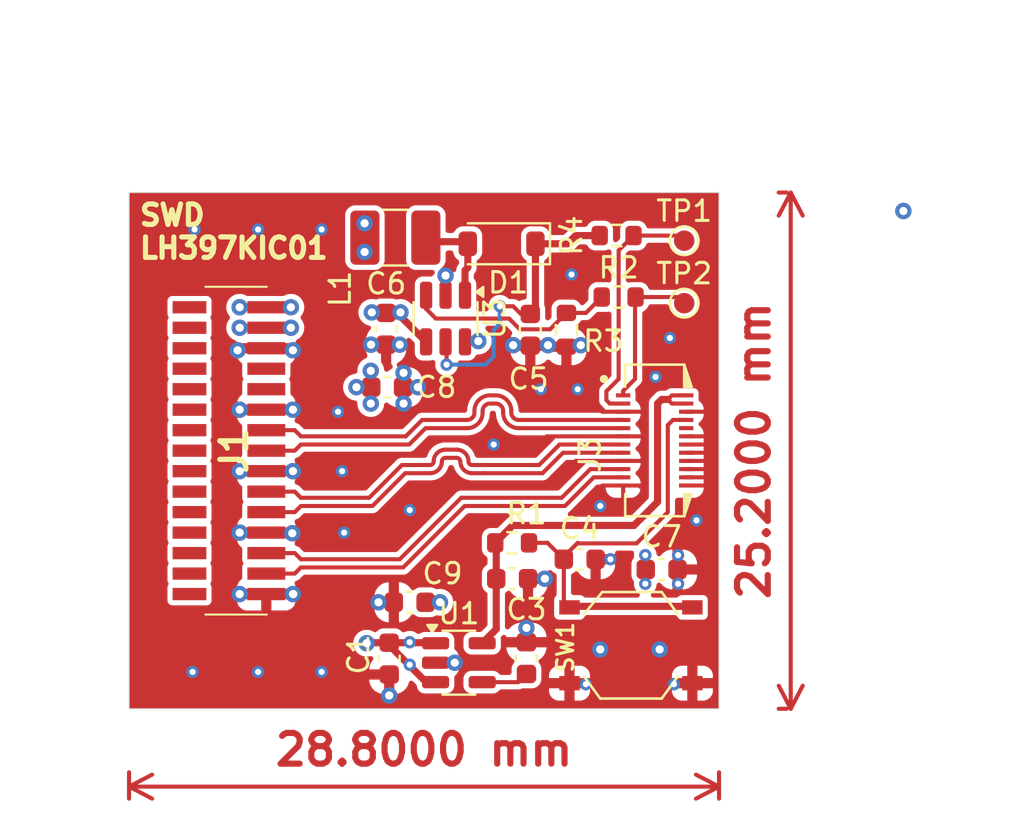
<source format=kicad_pcb>
(kicad_pcb (version 20240108) (generator "pcbnew") (generator_version "8.0")
  (layers (0 "F.Cu" signal) (1 "In1.Cu" signal) (2 "In2.Cu" signal) (31 "B.Cu" signal) (34 "B.Paste" user) (35 "F.Paste" user) (36 "B.SilkS" user "B.Silkscreen") (37 "F.SilkS" user "F.Silkscreen") (38 "B.Mask" user) (39 "F.Mask" user) (44 "Edge.Cuts" user))
  (net 0 "")
  (net 1 "GND")
  (net 2 "+3V3")
  (net 3 "Net-(U1-BP)")
  (net 19 "+2V8")
  (net 20 "D1_P")
  (net 21 "CLK_C_N")
  (net 22 "D1_N")
  (net 23 "CLK_C_P")
  (net 24 "D0_P")
  (net 25 "D0_N")
  (net 26 "RST")
  (net 27 "Net-(D1-A)")
  (net 30 "LEDA")
  (net 31 "LEDK")
  (net 32 "Net-(D1-K)")
  (net 33 "Net-(U3-FB)")
  (net 34 "TE")
  (footprint "Inductor_SMD:L_1210_3225Metric_Pad1.42x2.65mm_HandSolder" (layer "F.Cu") (at 79.3 51.6)
    (property "Reference" "L1" (at -2.7 2.5 90) (layer "F.SilkS"))
    (property "Value" "6.8uH")
    (fp_line (start -0.602064 -1.36) (end 0.602064 -1.36) (stroke (width 0.12)) (layer "F.SilkS"))
    (fp_line (start -0.602064 1.36) (end 0.602064 1.36) (stroke (width 0.12)) (layer "F.SilkS"))
    (pad "1" smd roundrect (at -1.4875 0) (size 1.425 2.65) (layers "F.Cu" "F.Paste" "F.Mask") (roundrect_rratio 0.175439) (net 2 "+3V3"))
    (pad "2" smd roundrect (at 1.4875 0) (size 1.425 2.65) (layers "F.Cu" "F.Paste" "F.Mask") (roundrect_rratio 0.175439) (net 27 "Net-(D1-A)"))
  )
  (footprint "Resistor_SMD:R_0603_1608Metric" (layer "F.Cu") (at 85 66.5)
    (property "Reference" "R1" (at 0.7 -1.43 0) (layer "F.SilkS"))
    (property "Value" "10k" (hide yes))
    (fp_line (start -0.237258 -0.5225) (end 0.237258 -0.5225) (stroke (width 0.12)) (layer "F.SilkS"))
    (fp_line (start -0.237258 0.5225) (end 0.237258 0.5225) (stroke (width 0.12)) (layer "F.SilkS"))
    (pad "1" smd roundrect (at -0.825 0) (size 0.8 0.95) (layers "F.Cu" "F.Paste" "F.Mask") (net 19 "+2V8"))
    (pad "2" smd roundrect (at 0.825 0) (size 0.8 0.95) (layers "F.Cu" "F.Paste" "F.Mask") (net 26 "RST"))
  )
  (footprint "Capacitor_SMD:C_0603_1608Metric" (layer "F.Cu") (at 85.7 72.125 90)
    (property "Reference" "C3" (at 2.375 0 0) (layer "F.SilkS"))
    (property "Value" "1uF")
    (fp_line (start -0.14058 -0.51) (end 0.14058 -0.51) (stroke (width 0.12)) (layer "F.SilkS"))
    (fp_line (start -0.14058 0.51) (end 0.14058 0.51) (stroke (width 0.12)) (layer "F.SilkS"))
    (pad "1" smd roundrect (at -0.775 0 90) (size 0.9 0.95) (layers "F.Cu" "F.Paste" "F.Mask") (net 3 "Net-(U1-BP)"))
    (pad "2" smd roundrect (at 0.775 0 90) (size 0.9 0.95) (layers "F.Cu" "F.Paste" "F.Mask") (net 1 "GND"))
  )
  (footprint "Capacitor_SMD:C_0603_1608Metric" (layer "F.Cu") (at 92.3 67.8)
    (property "Reference" "C7" (at 0 -1.6 180) (layer "F.SilkS"))
    (property "Value" "10nF")
    (fp_line (start -0.14058 -0.51) (end 0.14058 -0.51) (stroke (width 0.12)) (layer "F.SilkS"))
    (fp_line (start -0.14058 0.51) (end 0.14058 0.51) (stroke (width 0.12)) (layer "F.SilkS"))
    (pad "1" smd roundrect (at -0.775 0) (size 0.9 0.95) (layers "F.Cu" "F.Paste" "F.Mask") (net 2 "+3V3"))
    (pad "2" smd roundrect (at 0.775 0) (size 0.9 0.95) (layers "F.Cu" "F.Paste" "F.Mask") (net 1 "GND"))
  )
  (footprint "Capacitor_SMD:C_0603_1608Metric" (layer "F.Cu") (at 80 69.4 180)
    (property "Reference" "C9" (at -1.6 1.4 180) (layer "F.SilkS"))
    (property "Value" "10nF")
    (fp_line (start -0.140581 0.51) (end 0.140581 0.51) (stroke (width 0.12)) (layer "F.SilkS"))
    (fp_line (start -0.140581 -0.51) (end 0.140581 -0.51) (stroke (width 0.12)) (layer "F.SilkS"))
    (pad "1" smd roundrect (at -0.775 0 180) (size 0.9 0.95) (layers "F.Cu" "F.Paste" "F.Mask") (net 2 "+3V3"))
    (pad "2" smd roundrect (at 0.775 0 180) (size 0.9 0.95) (layers "F.Cu" "F.Paste" "F.Mask") (net 1 "GND"))
  )
  (footprint "custom:SW4-SMD-5.2X5.2X1.5MM" (layer "F.Cu") (at 90.8 71.5)
    (property "Reference" "SW1" (at -3.2 0.1 90) (layer "F.SilkS") (effects (font (size 0.8 0.8) (thickness 0.15) (bold yes))))
    (property "Value" "SMD-BUTTON_4P-5.2X5.2X1.5MM-SKQGADE010_" (hide yes))
    (fp_line (start -1.5 2.6) (end -2.286 1.524) (stroke (width 0.127)) (layer "F.SilkS"))
    (fp_line (start -1.45982 2.6) (end -1.5 2.6) (stroke (width 0.127)) (layer "F.SilkS"))
    (fp_line (start -1.4 -2.6) (end -2.286 -1.524) (stroke (width 0.127)) (layer "F.SilkS"))
    (fp_line (start -1.4 -2.6) (end 1.5 -2.6) (stroke (width 0.127)) (layer "F.SilkS"))
    (fp_line (start -1.1 2.6) (end -1.45982 2.6) (stroke (width 0.127)) (layer "F.SilkS"))
    (fp_line (start 1.5 -2.6) (end 2.286 -1.524) (stroke (width 0.127)) (layer "F.SilkS"))
    (fp_line (start 1.5 2.6) (end -1.1 2.6) (stroke (width 0.127)) (layer "F.SilkS"))
    (fp_line (start 1.5 2.6) (end 2.286 1.524) (stroke (width 0.127)) (layer "F.SilkS"))
    (pad "1" smd rect (at -3 -1.85) (size 1 0.7) (layers "F.Cu" "F.Paste" "F.Mask") (net 26 "RST"))
    (pad "2" smd rect (at 3 -1.85) (size 1 0.7) (layers "F.Cu" "F.Paste" "F.Mask") (net 26 "RST"))
    (pad "3" smd rect (at -3 1.85) (size 1 0.7) (layers "F.Cu" "F.Paste" "F.Mask") (net 1 "GND"))
    (pad "4" smd rect (at 3 1.85) (size 1 0.7) (layers "F.Cu" "F.Paste" "F.Mask") (net 1 "GND"))
  )
  (footprint "Capacitor_SMD:C_0603_1608Metric" (layer "F.Cu") (at 79 72.15 -90)
    (property "Reference" "C1" (at -0.2 1.5 -90) (layer "F.SilkS"))
    (property "Value" "1uF")
    (fp_line (start -0.14058 0.51) (end 0.14058 0.51) (stroke (width 0.12)) (layer "F.SilkS"))
    (fp_line (start -0.14058 -0.51) (end 0.14058 -0.51) (stroke (width 0.12)) (layer "F.SilkS"))
    (pad "1" smd roundrect (at -0.775 0 270) (size 0.9 0.95) (layers "F.Cu" "F.Paste" "F.Mask") (net 2 "+3V3"))
    (pad "2" smd roundrect (at 0.775 0 270) (size 0.9 0.95) (layers "F.Cu" "F.Paste" "F.Mask") (net 1 "GND"))
  )
  (footprint "Capacitor_SMD:C_0603_1608Metric" (layer "F.Cu") (at 78.85 56.05 -90)
    (property "Reference" "C6" (at -2.2 0 180) (layer "F.SilkS"))
    (property "Value" "1uF")
    (fp_line (start -0.14058 0.51) (end 0.14058 0.51) (stroke (width 0.12)) (layer "F.SilkS"))
    (fp_line (start -0.14058 -0.51) (end 0.14058 -0.51) (stroke (width 0.12)) (layer "F.SilkS"))
    (pad "1" smd roundrect (at -0.775 0 270) (size 0.9 0.95) (layers "F.Cu" "F.Paste" "F.Mask") (net 2 "+3V3"))
    (pad "2" smd roundrect (at 0.775 0 270) (size 0.9 0.95) (layers "F.Cu" "F.Paste" "F.Mask") (net 1 "GND"))
  )
  (footprint "custom:117342485" (layer "F.Cu") (at 73.025 62 -90)
    (property "Reference" "J1" (at 0 1.6 -90) (layer "F.SilkS") (effects (font (size 1.27 1.27) (thickness 0.254))))
    (property "Value" "1-1734248-5" (hide yes))
    (fp_line (start -8 0) (end -8 3) (stroke (width 0.1)) (layer "F.SilkS"))
    (fp_line (start 8 0) (end 8 3) (stroke (width 0.1)) (layer "F.SilkS"))
    (fp_line (start 6.9 -1.3) (end 6.9 -1.3) (stroke (width 0.2)) (layer "F.SilkS"))
    (fp_line (start 7.1 -1.3) (end 7.1 -1.3) (stroke (width 0.2)) (layer "F.SilkS"))
    (fp_arc (start 6.9 -1.3) (mid 7 -1.4) (end 7.1 -1.3) (stroke (width 0.2)) (layer "F.SilkS"))
    (fp_arc (start 7.1 -1.3) (mid 7 -1.2) (end 6.9 -1.3) (stroke (width 0.2)) (layer "F.SilkS"))
    (pad "1" smd rect (at 7 0.025 270) (size 0.6 1.85) (layers "F.Cu" "F.Paste" "F.Mask") (net 1 "GND"))
    (pad "2" smd rect (at 6 0.025 270) (size 0.6 1.85) (layers "F.Cu" "F.Paste" "F.Mask") (net 22 "D1_N"))
    (pad "3" smd rect (at 5 0.025 270) (size 0.6 1.85) (layers "F.Cu" "F.Paste" "F.Mask") (net 20 "D1_P"))
    (pad "4" smd rect (at 4 0.025 270) (size 0.6 1.85) (layers "F.Cu" "F.Paste" "F.Mask") (net 1 "GND"))
    (pad "5" smd rect (at 3 0.025 270) (size 0.6 1.85) (layers "F.Cu" "F.Paste" "F.Mask") (net 21 "CLK_C_N"))
    (pad "6" smd rect (at 2 0.025 270) (size 0.6 1.85) (layers "F.Cu" "F.Paste" "F.Mask") (net 23 "CLK_C_P"))
    (pad "7" smd rect (at 1 0.025 270) (size 0.6 1.85) (layers "F.Cu" "F.Paste" "F.Mask") (net 1 "GND"))
    (pad "8" smd rect (at 0 0.025 270) (size 0.6 1.85) (layers "F.Cu" "F.Paste" "F.Mask") (net 25 "D0_N"))
    (pad "9" smd rect (at -1 0.025 270) (size 0.6 1.85) (layers "F.Cu" "F.Paste" "F.Mask") (net 24 "D0_P"))
    (pad "10" smd rect (at -2 0.025 270) (size 0.6 1.85) (layers "F.Cu" "F.Paste" "F.Mask") (net 1 "GND"))
    (pad "11" smd rect (at -3 0.025 270) (size 0.6 1.85) (layers "F.Cu" "F.Paste" "F.Mask"))
    (pad "12" smd rect (at -4 0.025 270) (size 0.6 1.85) (layers "F.Cu" "F.Paste" "F.Mask"))
    (pad "13" smd rect (at -5 0.025 270) (size 0.6 1.85) (layers "F.Cu" "F.Paste" "F.Mask") (net 1 "GND"))
    (pad "14" smd rect (at -6 0.025 270) (size 0.6 1.85) (layers "F.Cu" "F.Paste" "F.Mask") (net 2 "+3V3"))
    (pad "15" smd rect (at -7 0.025 270) (size 0.6 1.85) (layers "F.Cu" "F.Paste" "F.Mask") (net 2 "+3V3"))
    (pad "16" smd rect (at 7 3.775 270) (size 0.6 1.65) (layers "F.Cu" "F.Paste" "F.Mask"))
    (pad "17" smd rect (at 6 3.775 270) (size 0.6 1.65) (layers "F.Cu" "F.Paste" "F.Mask"))
    (pad "18" smd rect (at 5 3.775 270) (size 0.6 1.65) (layers "F.Cu" "F.Paste" "F.Mask"))
    (pad "19" smd rect (at 4 3.775 270) (size 0.6 1.65) (layers "F.Cu" "F.Paste" "F.Mask"))
    (pad "20" smd rect (at 3 3.775 270) (size 0.6 1.65) (layers "F.Cu" "F.Paste" "F.Mask"))
    (pad "21" smd rect (at 2 3.775 270) (size 0.6 1.65) (layers "F.Cu" "F.Paste" "F.Mask"))
    (pad "22" smd rect (at 1 3.775 270) (size 0.6 1.65) (layers "F.Cu" "F.Paste" "F.Mask"))
    (pad "23" smd rect (at 0 3.775 270) (size 0.6 1.65) (layers "F.Cu" "F.Paste" "F.Mask"))
    (pad "24" smd rect (at -1 3.775 270) (size 0.6 1.65) (layers "F.Cu" "F.Paste" "F.Mask"))
    (pad "25" smd rect (at -2 3.775 270) (size 0.6 1.65) (layers "F.Cu" "F.Paste" "F.Mask"))
    (pad "26" smd rect (at -3 3.775 270) (size 0.6 1.65) (layers "F.Cu" "F.Paste" "F.Mask"))
    (pad "27" smd rect (at -4 3.775 270) (size 0.6 1.65) (layers "F.Cu" "F.Paste" "F.Mask"))
    (pad "28" smd rect (at -5 3.775 270) (size 0.6 1.65) (layers "F.Cu" "F.Paste" "F.Mask"))
    (pad "29" smd rect (at -6 3.775 270) (size 0.6 1.65) (layers "F.Cu" "F.Paste" "F.Mask"))
    (pad "30" smd rect (at -7 3.775 270) (size 0.6 1.65) (layers "F.Cu" "F.Paste" "F.Mask"))
  )
  (footprint "Capacitor_SMD:C_0603_1608Metric" (layer "F.Cu") (at 85 68.25)
    (property "Reference" "C2" (hide yes))
    (property "Value" "1uF")
    (fp_line (start -0.14058 -0.51) (end 0.14058 -0.51) (stroke (width 0.12)) (layer "F.SilkS"))
    (fp_line (start -0.14058 0.51) (end 0.14058 0.51) (stroke (width 0.12)) (layer "F.SilkS"))
    (pad "1" smd roundrect (at -0.775 0) (size 0.9 0.95) (layers "F.Cu" "F.Paste" "F.Mask") (net 19 "+2V8"))
    (pad "2" smd roundrect (at 0.775 0) (size 0.9 0.95) (layers "F.Cu" "F.Paste" "F.Mask") (net 1 "GND"))
  )
  (footprint "Capacitor_SMD:C_0603_1608Metric" (layer "F.Cu") (at 78.9 58.9)
    (property "Reference" "C8" (at 2.4 0 0) (layer "F.SilkS"))
    (property "Value" "10nF")
    (fp_line (start -0.14058 -0.51) (end 0.14058 -0.51) (stroke (width 0.12)) (layer "F.SilkS"))
    (fp_line (start -0.14058 0.51) (end 0.14058 0.51) (stroke (width 0.12)) (layer "F.SilkS"))
    (pad "1" smd roundrect (at -0.775 0) (size 0.9 0.95) (layers "F.Cu" "F.Paste" "F.Mask") (net 2 "+3V3"))
    (pad "2" smd roundrect (at 0.775 0) (size 0.9 0.95) (layers "F.Cu" "F.Paste" "F.Mask") (net 1 "GND"))
  )
  (footprint "Package_TO_SOT_SMD:SOT-23-6" (layer "F.Cu") (at 81.75 55.55 -90)
    (property "Reference" "U3" (at 0 -2.4 90) (layer "F.SilkS"))
    (property "Value" "AP3032B")
    (fp_line (start 0 1.56) (end -0.8 1.56) (stroke (width 0.12)) (layer "F.SilkS"))
    (fp_line (start 0 1.56) (end 0.8 1.56) (stroke (width 0.12)) (layer "F.SilkS"))
    (fp_line (start 0 -1.56) (end -0.8 -1.56) (stroke (width 0.12)) (layer "F.SilkS"))
    (fp_line (start 0 -1.56) (end 0.8 -1.56) (stroke (width 0.12)) (layer "F.SilkS"))
    (fp_poly (pts (xy -1.3 -1.51) (xy -1.54 -1.84) (xy -1.06 -1.84) (xy -1.3 -1.51)) (stroke (width 0.12)) (fill solid) (layer "F.SilkS"))
    (pad "1" smd roundrect (at -1.1375 -0.95 270) (size 1.325 0.6) (layers "F.Cu" "F.Paste" "F.Mask") (net 27 "Net-(D1-A)"))
    (pad "2" smd roundrect (at -1.1375 0 270) (size 1.325 0.6) (layers "F.Cu" "F.Paste" "F.Mask") (net 1 "GND"))
    (pad "3" smd roundrect (at -1.1375 0.95 270) (size 1.325 0.6) (layers "F.Cu" "F.Paste" "F.Mask") (net 33 "Net-(U3-FB)"))
    (pad "4" smd roundrect (at 1.1375 0.95 270) (size 1.325 0.6) (layers "F.Cu" "F.Paste" "F.Mask") (net 2 "+3V3"))
    (pad "5" smd roundrect (at 1.1375 0 270) (size 1.325 0.6) (layers "F.Cu" "F.Paste" "F.Mask") (net 32 "Net-(D1-K)"))
    (pad "6" smd roundrect (at 1.1375 -0.95 270) (size 1.325 0.6) (layers "F.Cu" "F.Paste" "F.Mask") (net 2 "+3V3"))
  )
  (footprint "Capacitor_SMD:C_0603_1608Metric" (layer "F.Cu") (at 85.8875 56.1 -90)
    (property "Reference" "C5" (at 2.4 0.0875 180) (layer "F.SilkS"))
    (property "Value" "0.22uF")
    (fp_line (start -0.14058 0.51) (end 0.14058 0.51) (stroke (width 0.12)) (layer "F.SilkS"))
    (fp_line (start -0.14058 -0.51) (end 0.14058 -0.51) (stroke (width 0.12)) (layer "F.SilkS"))
    (pad "1" smd roundrect (at -0.775 0 270) (size 0.9 0.95) (layers "F.Cu" "F.Paste" "F.Mask") (net 32 "Net-(D1-K)"))
    (pad "2" smd roundrect (at 0.775 0 270) (size 0.9 0.95) (layers "F.Cu" "F.Paste" "F.Mask") (net 1 "GND"))
  )
  (footprint "custom:LH397K-IC01" (layer "F.Cu") (at 91.96 61.499999 90)
    (property "Reference" "J3" (at -0.700001 -3.16 -90) (layer "F.SilkS"))
    (property "Value" "LH397K")
    (fp_line (start 3.7 -1.44) (end 2.62 -1.44) (stroke (width 0.127)) (layer "F.SilkS"))
    (fp_line (start 3.7 -1.44) (end 3.7 1.44) (stroke (width 0.127)) (layer "F.SilkS"))
    (fp_line (start -2.62 -1.44) (end -3.7 -1.44) (stroke (width 0.127)) (layer "F.SilkS"))
    (fp_line (start -3.7 -1.44) (end -3.7 1.44) (stroke (width 0.127)) (layer "F.SilkS"))
    (fp_line (start 3.7 1.44) (end 2.62 1.44) (stroke (width 0.127)) (layer "F.SilkS"))
    (fp_line (start 3.7 1.44) (end 2.62 1.5) (stroke (width 0.127)) (layer "F.SilkS"))
    (fp_line (start 3.7 1.44) (end 2.62 1.62) (stroke (width 0.127)) (layer "F.SilkS"))
    (fp_line (start 3.7 1.44) (end 2.62 1.7) (stroke (width 0.127)) (layer "F.SilkS"))
    (fp_line (start 3.7 1.44) (end 2.62 1.8) (stroke (width 0.127)) (layer "F.SilkS"))
    (fp_line (start -2.62 1.44) (end -2.62 1.8) (stroke (width 0.127)) (layer "F.SilkS"))
    (fp_line (start -3.7 1.44) (end -2.62 1.44) (stroke (width 0.127)) (layer "F.SilkS"))
    (fp_line (start -3.7 1.44) (end -2.62 1.5) (stroke (width 0.127)) (layer "F.SilkS"))
    (fp_line (start -3.7 1.44) (end -2.62 1.62) (stroke (width 0.127)) (layer "F.SilkS"))
    (fp_line (start -3.7 1.44) (end -2.62 1.7) (stroke (width 0.127)) (layer "F.SilkS"))
    (fp_line (start -3.7 1.44) (end -2.62 1.8) (stroke (width 0.127)) (layer "F.SilkS"))
    (fp_line (start 2.62 1.8) (end 2.62 1.44) (stroke (width 0.127)) (layer "F.SilkS"))
    (fp_circle (center 3 -2.48) (end 3.1 -2.48) (stroke (width 0.2)) (fill none) (layer "F.SilkS"))
    (pad "1" smd rect (at 2.199999 -1.54 90) (size 0.2 0.7) (layers "F.Cu" "F.Mask") (net 31 "LEDK"))
    (pad "2" smd rect (at 1.8 -1.54 90) (size 0.2 0.7) (layers "F.Cu" "F.Mask") (net 30 "LEDA"))
    (pad "3" smd rect (at 1.4 -1.54 90) (size 0.2 0.7) (layers "F.Cu" "F.Mask") (net 1 "GND"))
    (pad "4" smd rect (at 1 -1.54 90) (size 0.2 0.7) (layers "F.Cu" "F.Mask") (net 24 "D0_P"))
    (pad "5" smd rect (at 0.600001 -1.54 90) (size 0.2 0.7) (layers "F.Cu" "F.Mask") (net 25 "D0_N"))
    (pad "6" smd rect (at 0.2 -1.54 90) (size 0.2 0.7) (layers "F.Cu" "F.Mask") (net 1 "GND"))
    (pad "7" smd rect (at -0.2 -1.54 90) (size 0.2 0.7) (layers "F.Cu" "F.Mask") (net 23 "CLK_C_P"))
    (pad "8" smd rect (at -0.600001 -1.54 90) (size 0.2 0.7) (layers "F.Cu" "F.Mask") (net 21 "CLK_C_N"))
    (pad "9" smd rect (at -1 -1.54 90) (size 0.2 0.7) (layers "F.Cu" "F.Mask") (net 1 "GND"))
    (pad "10" smd rect (at -1.4 -1.54 90) (size 0.2 0.7) (layers "F.Cu" "F.Mask") (net 20 "D1_P"))
    (pad "11" smd rect (at -1.8 -1.54 90) (size 0.2 0.7) (layers "F.Cu" "F.Mask") (net 22 "D1_N"))
    (pad "12" smd rect (at -2.199999 -1.54 90) (size 0.2 0.7) (layers "F.Cu" "F.Mask") (net 1 "GND"))
    (pad "13" smd rect (at -2.199999 1.54 90) (size 0.2 0.7) (layers "F.Cu" "F.Mask") (net 1 "GND"))
    (pad "14" smd rect (at -1.8 1.54 90) (size 0.2 0.7) (layers "F.Cu" "F.Mask") (net 1 "GND"))
    (pad "15" smd rect (at -1.4 1.54 90) (size 0.2 0.7) (layers "F.Cu" "F.Mask") (net 1 "GND"))
    (pad "16" smd rect (at -1 1.54 90) (size 0.2 0.7) (layers "F.Cu" "F.Mask") (net 1 "GND"))
    (pad "17" smd rect (at -0.600001 1.54 90) (size 0.2 0.7) (layers "F.Cu" "F.Mask") (net 1 "GND"))
    (pad "18" smd rect (at -0.2 1.54 90) (size 0.2 0.7) (layers "F.Cu" "F.Mask") (net 1 "GND"))
    (pad "19" smd rect (at 0.2 1.54 90) (size 0.2 0.7) (layers "F.Cu" "F.Mask") (net 1 "GND"))
    (pad "20" smd rect (at 0.600001 1.54 90) (size 0.2 0.7) (layers "F.Cu" "F.Mask") (net 34 "TE"))
    (pad "21" smd rect (at 1 1.54 90) (size 0.2 0.7) (layers "F.Cu" "F.Mask") (net 26 "RST"))
    (pad "22" smd rect (at 1.4 1.54 90) (size 0.2 0.7) (layers "F.Cu" "F.Mask") (net 1 "GND"))
    (pad "23" smd rect (at 1.8 1.54 90) (size 0.2 0.7) (layers "F.Cu" "F.Mask") (net 19 "+2V8"))
    (pad "24" smd rect (at 2.199999 1.54 90) (size 0.2 0.7) (layers "F.Cu" "F.Mask") (net 19 "+2V8"))
  )
  (footprint "Package_TO_SOT_SMD:SOT-23-5" (layer "F.Cu") (at 82.4 72.35)
    (property "Reference" "U1" (at 0 -2.4 0) (layer "F.SilkS"))
    (property "Value" "RS3236-2.5FY5")
    (fp_line (start 0 -1.56) (end -0.8 -1.56) (stroke (width 0.12)) (layer "F.SilkS"))
    (fp_line (start 0 -1.56) (end 0.8 -1.56) (stroke (width 0.12)) (layer "F.SilkS"))
    (fp_line (start 0 1.56) (end -0.8 1.56) (stroke (width 0.12)) (layer "F.SilkS"))
    (fp_line (start 0 1.56) (end 0.8 1.56) (stroke (width 0.12)) (layer "F.SilkS"))
    (fp_poly (pts (xy -1.3 -1.51) (xy -1.54 -1.84) (xy -1.06 -1.84) (xy -1.3 -1.51)) (stroke (width 0.12)) (fill solid) (layer "F.SilkS"))
    (pad "1" smd roundrect (at -1.1375 -0.95) (size 1.325 0.6) (layers "F.Cu" "F.Paste" "F.Mask") (net 2 "+3V3"))
    (pad "2" smd roundrect (at -1.1375 0) (size 1.325 0.6) (layers "F.Cu" "F.Paste" "F.Mask") (net 1 "GND"))
    (pad "3" smd roundrect (at -1.1375 0.95) (size 1.325 0.6) (layers "F.Cu" "F.Paste" "F.Mask") (net 2 "+3V3"))
    (pad "4" smd roundrect (at 1.1375 0.95) (size 1.325 0.6) (layers "F.Cu" "F.Paste" "F.Mask") (net 3 "Net-(U1-BP)"))
    (pad "5" smd roundrect (at 1.1375 -0.95) (size 1.325 0.6) (layers "F.Cu" "F.Paste" "F.Mask") (net 19 "+2V8"))
  )
  (footprint "Resistor_SMD:R_0603_1608Metric" (layer "F.Cu") (at 87.65 56.1 -90)
    (property "Reference" "R3" (at 0.55 -1.8 180) (layer "F.SilkS"))
    (property "Value" "10R0 1%")
    (fp_line (start -0.237258 0.5225) (end 0.237258 0.5225) (stroke (width 0.12)) (layer "F.SilkS"))
    (fp_line (start -0.237258 -0.5225) (end 0.237258 -0.5225) (stroke (width 0.12)) (layer "F.SilkS"))
    (pad "1" smd roundrect (at -0.825 0 270) (size 0.8 0.95) (layers "F.Cu" "F.Paste" "F.Mask") (net 33 "Net-(U3-FB)"))
    (pad "2" smd roundrect (at 0.825 0 270) (size 0.8 0.95) (layers "F.Cu" "F.Paste" "F.Mask") (net 1 "GND"))
  )
  (footprint "Resistor_SMD:R_0603_1608Metric" (layer "F.Cu") (at 90.1 51.5)
    (property "Reference" "R4" (at -2.2 0 90) (layer "F.SilkS"))
    (property "Value" "0")
    (fp_line (start -0.237258 -0.5225) (end 0.237258 -0.5225) (stroke (width 0.12)) (layer "F.SilkS"))
    (fp_line (start -0.237258 0.5225) (end 0.237258 0.5225) (stroke (width 0.12)) (layer "F.SilkS"))
    (pad "1" smd roundrect (at -0.825 0) (size 0.8 0.95) (layers "F.Cu" "F.Paste" "F.Mask") (net 32 "Net-(D1-K)"))
    (pad "2" smd roundrect (at 0.825 0) (size 0.8 0.95) (layers "F.Cu" "F.Paste" "F.Mask") (net 30 "LEDA"))
  )
  (footprint "Capacitor_SMD:C_0603_1608Metric" (layer "F.Cu") (at 88.3 67.3)
    (property "Reference" "C4" (at 0 -1.5 180) (layer "F.SilkS"))
    (property "Value" "1uF")
    (fp_line (start -0.14058 -0.51) (end 0.14058 -0.51) (stroke (width 0.12)) (layer "F.SilkS"))
    (fp_line (start -0.14058 0.51) (end 0.14058 0.51) (stroke (width 0.12)) (layer "F.SilkS"))
    (pad "1" smd roundrect (at -0.775 0) (size 0.9 0.95) (layers "F.Cu" "F.Paste" "F.Mask") (net 26 "RST"))
    (pad "2" smd roundrect (at 0.775 0) (size 0.9 0.95) (layers "F.Cu" "F.Paste" "F.Mask") (net 1 "GND"))
  )
  (footprint "TestPoint:TestPoint_Pad_D1.0mm" (layer "F.Cu") (at 93.4 51.75)
    (property "Reference" "TP1" (at 0 -1.448 0) (layer "F.SilkS"))
    (property "Value" "TestPoint")
    (fp_circle (center 0 0) (end 0 0.7) (stroke (width 0.12)) (fill none) (layer "F.SilkS"))
    (pad "1" smd circle (at 0 0) (size 1 1) (layers "F.Cu" "F.Mask") (net 30 "LEDA"))
  )
  (footprint "Resistor_SMD:R_0603_1608Metric" (layer "F.Cu") (at 90.2 54.5)
    (property "Reference" "R2" (at 0 -1.43 0) (layer "F.SilkS"))
    (property "Value" "0")
    (fp_line (start -0.237258 -0.5225) (end 0.237258 -0.5225) (stroke (width 0.12)) (layer "F.SilkS"))
    (fp_line (start -0.237258 0.5225) (end 0.237258 0.5225) (stroke (width 0.12)) (layer "F.SilkS"))
    (pad "1" smd roundrect (at -0.825 0) (size 0.8 0.95) (layers "F.Cu" "F.Paste" "F.Mask") (net 33 "Net-(U3-FB)"))
    (pad "2" smd roundrect (at 0.825 0) (size 0.8 0.95) (layers "F.Cu" "F.Paste" "F.Mask") (net 31 "LEDK"))
  )
  (footprint "Diode_SMD:D_SOD-123" (layer "F.Cu") (at 84.4875 51.9 180)
    (property "Reference" "D1" (at -0.3125 -1.9 180) (layer "F.SilkS"))
    (property "Value" "1N5819W")
    (fp_line (start -2.36 1) (end 1.65 1) (stroke (width 0.12)) (layer "F.SilkS"))
    (fp_line (start -2.36 -1) (end 1.65 -1) (stroke (width 0.12)) (layer "F.SilkS"))
    (fp_line (start -2.36 -1) (end -2.36 1) (stroke (width 0.12)) (layer "F.SilkS"))
    (pad "1" smd roundrect (at -1.65 0 180) (size 0.9 1.2) (layers "F.Cu" "F.Paste" "F.Mask") (net 32 "Net-(D1-K)"))
    (pad "2" smd roundrect (at 1.65 0 180) (size 0.9 1.2) (layers "F.Cu" "F.Paste" "F.Mask") (net 27 "Net-(D1-A)"))
  )
  (footprint "TestPoint:TestPoint_Pad_D1.0mm" (layer "F.Cu") (at 93.4 54.8)
    (property "Reference" "TP2" (at 0 -1.448 0) (layer "F.SilkS"))
    (property "Value" "TestPoint")
    (fp_circle (center 0 0) (end 0 0.7) (stroke (width 0.12)) (fill none) (layer "F.SilkS"))
    (pad "1" smd circle (at 0 0) (size 1 1) (layers "F.Cu" "F.Mask") (net 31 "LEDK"))
  )
  (gr_line (start 66.3 74.6) (end 66.3 49.4) (stroke (width 0.05)) (layer "Edge.Cuts"))
  (gr_line (start 66.3 49.4) (end 95.1 49.4) (stroke (width 0.05)) (layer "Edge.Cuts"))
  (gr_line (start 95.1 49.4) (end 95.1 74.6) (stroke (width 0.05)) (layer "Edge.Cuts"))
  (gr_line (start 95.1 74.6) (end 66.3 74.6) (stroke (width 0.05)) (layer "Edge.Cuts"))
  (gr_text "SWD\nLH397KIC01" (at 66.7 52.7 0) (layer "F.SilkS") (effects (font (size 1 1) (thickness 0.25) (bold yes)) (justify left bottom)))
  (dimension (type aligned) (layer "F.Cu") (pts (xy 98.9 49.4) (xy 98.9 74.6)) (height 0.3) (gr_text "25,2000 mm" (at 96.8 62 90) (layer "F.Cu") (effects (font (size 1.5 1.5) (thickness 0.3)))) (format (prefix "") (suffix "") (units 3) (units_format 1) (precision 4)) (style (thickness 0.2) (arrow_length 1.27) (text_position_mode 0) (extension_height 0.58642) (extension_offset 0.5) keep_text_aligned))
  (dimension (type aligned) (layer "F.Cu") (pts (xy 66.3 77.2) (xy 95.1 77.2)) (height 1.2) (gr_text "28,8000 mm" (at 80.7 76.6 0) (layer "F.Cu") (effects (font (size 1.5 1.5) (thickness 0.3)))) (format (prefix "") (suffix "") (units 3) (units_format 1) (precision 4)) (style (thickness 0.2) (arrow_length 1.27) (text_position_mode 0) (extension_height 0.58642) (extension_offset 0.5) keep_text_aligned))
  (via (at 104.1 50.3) (size 0.8) (drill 0.4) (layers "F.Cu" "B.Cu") (net 0))
  (segment (start 78.85 56.825) (end 79.5125 56.825) (width 0.35) (layer "F.Cu") (net 1))
  (segment (start 81.2625 72.35) (end 82.2 72.35) (width 0.35) (layer "F.Cu") (net 1))
  (segment (start 73 60) (end 71.7 60) (width 0.35) (layer "F.Cu") (net 1))
  (segment (start 86.75 56.85) (end 86.775 56.875) (width 0.35) (layer "F.Cu") (net 1))
  (segment (start 93.5 63.699998) (end 94.399998 63.699998) (width 0.2) (layer "F.Cu") (net 1))
  (segment (start 86.725 56.875) (end 86.75 56.85) (width 0.35) (layer "F.Cu") (net 1))
  (segment (start 79.675 59.675) (end 79.7 59.7) (width 0.35) (layer "F.Cu") (net 1))
  (segment (start 93.5 60.099999) (end 94.399999 60.099999) (width 0.2) (layer "F.Cu") (net 1))
  (segment (start 73 69) (end 71.7 69) (width 0.35) (layer "F.Cu") (net 1))
  (segment (start 93.5 63.299999) (end 94.399999 63.299999) (width 0.2) (layer "F.Cu") (net 1))
  (segment (start 88.275 56.925) (end 88.35 56.85) (width 0.35) (layer "F.Cu") (net 1))
  (segment (start 74.412682 57) (end 74.442537 56.970145) (width 0.35) (layer "F.Cu") (net 1))
  (segment (start 87.65 56.925) (end 88.275 56.925) (width 0.35) (layer "F.Cu") (net 1))
  (segment (start 93.075 67.125) (end 93.1 67.1) (width 0.2) (layer "F.Cu") (net 1))
  (segment (start 90.42 61.299999) (end 86.700001 61.299999) (width 0.2) (layer "F.Cu") (net 1))
  (segment (start 79.675 58.9) (end 79.675 59.675) (width 0.35) (layer "F.Cu") (net 1))
  (segment (start 93.075 68.475) (end 93.1 68.5) (width 0.2) (layer "F.Cu") (net 1))
  (segment (start 93.5 62.899999) (end 94.399999 62.899999) (width 0.2) (layer "F.Cu") (net 1))
  (segment (start 79.675 58.225) (end 79.7 58.2) (width 0.35) (layer "F.Cu") (net 1))
  (segment (start 73 63) (end 74.3 63) (width 0.35) (layer "F.Cu") (net 1))
  (segment (start 92.9 73.4) (end 93.8 73.4) (width 0.35) (layer "F.Cu") (net 1))
  (segment (start 94.399999 61.699999) (end 94.4 61.7) (width 0.2) (layer "F.Cu") (net 1))
  (segment (start 79.225 69.4) (end 78.475 69.4) (width 0.35) (layer "F.Cu") (net 1))
  (segment (start 93.5 62.1) (end 94.4 62.1) (width 0.2) (layer "F.Cu") (net 1))
  (segment (start 90.42 63.699998) (end 91.199998 63.699998) (width 0.2) (layer "F.Cu") (net 1))
  (segment (start 73 66) (end 74.229344 66) (width 0.35) (layer "F.Cu") (net 1))
  (segment (start 90.42 64.48) (end 90.3 64.6) (width 0.2) (layer "F.Cu") (net 1))
  (segment (start 81.75 54.4125) (end 81.75 53.45) (width 0.35) (layer "F.Cu") (net 1))
  (segment (start 74.131833 66.168166) (end 74.268166 66.031833) (width 0.35) (layer "F.Cu") (net 1))
  (segment (start 85.7 71.35) (end 85.7 70.65) (width 0.35) (layer "F.Cu") (net 1))
  (segment (start 79.675 58.9) (end 80.4 58.9) (width 0.35) (layer "F.Cu") (net 1))
  (segment (start 79 72.925) (end 79 73.95) (width 0.35) (layer "F.Cu") (net 1))
  (segment (start 89.399999 60.099999) (end 89.2 59.9) (width 0.2) (layer "F.Cu") (net 1))
  (segment (start 94.399999 60.099999) (end 94.4 60.1) (width 0.2) (layer "F.Cu") (net 1))
  (segment (start 93.5 61.699999) (end 94.399999 61.699999) (width 0.2) (layer "F.Cu") (net 1))
  (segment (start 93.075 67.8) (end 93.075 67.125) (width 0.2) (layer "F.Cu") (net 1))
  (segment (start 73 63) (end 71.7 63) (width 0.35) (layer "F.Cu") (net 1))
  (segment (start 89.075 67.3) (end 89.8 67.3) (width 0.2) (layer "F.Cu") (net 1))
  (segment (start 90.42 62.499999) (end 91.399999 62.499999) (width 0.2) (layer "F.Cu") (net 1))
  (segment (start 79.675 58.9) (end 79.675 58.225) (width 0.35) (layer "F.Cu") (net 1))
  (segment (start 78.85 56.825) (end 78.1125 56.825) (width 0.35) (layer "F.Cu") (net 1))
  (segment (start 91.199998 63.699998) (end 91.4 63.9) (width 0.2) (layer "F.Cu") (net 1))
  (segment (start 73 69) (end 74.3 69) (width 0.35) (layer "F.Cu") (net 1))
  (segment (start 90.42 63.699998) (end 89.400002 63.699998) (width 0.2) (layer "F.Cu") (net 1))
  (segment (start 90.42 60.099999) (end 91.399999 60.099999) (width 0.2) (layer "F.Cu") (net 1))
  (segment (start 73 57) (end 71.6 57) (width 0.35) (layer "F.Cu") (net 1))
  (segment (start 93.5 61.299999) (end 94.399999 61.299999) (width 0.2) (layer "F.Cu") (net 1))
  (segment (start 85.8875 56.875) (end 85.125 56.875) (width 0.35) (layer "F.Cu") (net 1))
  (segment (start 86.700001 61.299999) (end 86.5 61.5) (width 0.2) (layer "F.Cu") (net 1))
  (segment (start 93.5 62.499999) (end 94.399999 62.499999) (width 0.2) (layer "F.Cu") (net 1))
  (segment (start 86.775 56.875) (end 87.6 56.875) (width 0.35) (layer "F.Cu") (net 1))
  (segment (start 73 66) (end 71.7 66) (width 0.35) (layer "F.Cu") (net 1))
  (segment (start 88.100001 62.499999) (end 87.9 62.7) (width 0.2) (layer "F.Cu") (net 1))
  (segment (start 94.399999 61.299999) (end 94.4 61.3) (width 0.2) (layer "F.Cu") (net 1))
  (segment (start 89.400002 63.699998) (end 89.2 63.9) (width 0.2) (layer "F.Cu") (net 1))
  (segment (start 90.42 63.699998) (end 90.42 64.48) (width 0.2) (layer "F.Cu") (net 1))
  (segment (start 73 57) (end 74.412682 57) (width 0.35) (layer "F.Cu") (net 1))
  (segment (start 73 60) (end 74.3 60) (width 0.35) (layer "F.Cu") (net 1))
  (segment (start 85.8875 56.875) (end 86.725 56.875) (width 0.35) (layer "F.Cu") (net 1))
  (segment (start 93.075 67.8) (end 93.075 68.475) (width 0.2) (layer "F.Cu") (net 1))
  (segment (start 90.42 61.299999) (end 91.399999 61.299999) (width 0.2) (layer "F.Cu") (net 1))
  (segment (start 88.6 73.4) (end 87.8 73.4) (width 0.35) (layer "F.Cu") (net 1))
  (segment (start 90.42 62.499999) (end 88.100001 62.499999) (width 0.2) (layer "F.Cu") (net 1))
  (segment (start 85.775 68.25) (end 86.6 68.25) (width 0.35) (layer "F.Cu") (net 1))
  (segment (start 90.42 60.099999) (end 89.399999 60.099999) (width 0.2) (layer "F.Cu") (net 1))
  (segment (start 94.399998 63.699998) (end 94.4 63.7) (width 0.2) (layer "F.Cu") (net 1))
  (via (at 92.2 71.7) (size 0.8) (drill 0.4) (layers "F.Cu" "B.Cu") (net 1))
  (via (at 72.6 51.2) (size 0.6) (drill 0.3) (layers "F.Cu" "B.Cu") (net 1))
  (via (at 86.6 68.25) (size 0.8) (drill 0.4) (layers "F.Cu" "B.Cu") (net 1))
  (via (at 79.5125 56.825) (size 0.8) (drill 0.4) (layers "F.Cu" "B.Cu") (net 1))
  (via (at 78.475 69.4) (size 0.8) (drill 0.4) (layers "F.Cu" "B.Cu") (net 1))
  (via (at 88.6 73.4) (size 0.6) (drill 0.3) (layers "F.Cu" "B.Cu") (net 1))
  (via (at 74.3 63) (size 0.8) (drill 0.4) (layers "F.Cu" "B.Cu") (net 1))
  (via (at 88.2 59) (size 0.6) (drill 0.3) (layers "F.Cu" "B.Cu") (net 1))
  (via (at 71.7 69) (size 0.8) (drill 0.4) (layers "F.Cu" "B.Cu") (net 1))
  (via (at 74.3 69) (size 0.8) (drill 0.4) (layers "F.Cu" "B.Cu") (net 1))
  (via (at 79 73.95) (size 0.8) (drill 0.4) (layers "F.Cu" "B.Cu") (net 1))
  (via (at 86.75 56.85) (size 0.8) (drill 0.4) (layers "F.Cu" "B.Cu") (net 1))
  (via (at 74.3 60) (size 0.8) (drill 0.4) (layers "F.Cu" "B.Cu") (net 1))
  (via (at 85.7 70.65) (size 0.8) (drill 0.4) (layers "F.Cu" "B.Cu") (net 1))
  (via (at 92.9 73.4) (size 0.6) (drill 0.3) (layers "F.Cu" "B.Cu") (net 1))
  (via (at 79.7 58.2) (size 0.8) (drill 0.4) (layers "F.Cu" "B.Cu") (net 1))
  (via (at 85.05 56.85) (size 0.8) (drill 0.4) (layers "F.Cu" "B.Cu") (net 1))
  (via (at 94 65.4) (size 0.6) (drill 0.3) (layers "F.Cu" "B.Cu") (net 1))
  (via (at 92 58.4) (size 0.6) (drill 0.3) (layers "F.Cu" "B.Cu") (net 1))
  (via (at 76.8 66) (size 0.6) (drill 0.3) (layers "F.Cu" "B.Cu") (net 1))
  (via (at 89.3 64.7) (size 0.6) (drill 0.3) (layers "F.Cu" "B.Cu") (net 1))
  (via (at 75.7 51.2) (size 0.6) (drill 0.3) (layers "F.Cu" "B.Cu") (net 1))
  (via (at 75.7 72.8) (size 0.6) (drill 0.3) (layers "F.Cu" "B.Cu") (net 1))
  (via (at 89.3 71.7) (size 0.8) (drill 0.4) (layers "F.Cu" "B.Cu") (net 1))
  (via (at 81.75 53.45) (size 0.8) (drill 0.4) (layers "F.Cu" "B.Cu") (net 1))
  (via (at 88.35 56.85) (size 0.8) (drill 0.4) (layers "F.Cu" "B.Cu") (net 1))
  (via (at 78.1125 56.825) (size 0.8) (drill 0.4) (layers "F.Cu" "B.Cu") (net 1))
  (via (at 72.6 72.8) (size 0.6) (drill 0.3) (layers "F.Cu" "B.Cu") (net 1))
  (via (at 82.2 72.35) (size 0.8) (drill 0.4) (layers "F.Cu" "B.Cu") (net 1))
  (via (at 74.268166 66.031833) (size 0.8) (drill 0.4) (layers "F.Cu" "B.Cu") (net 1))
  (via (at 76.7 63) (size 0.6) (drill 0.3) (layers "F.Cu" "B.Cu") (net 1))
  (via (at 74.3 57.1) (size 0.8) (drill 0.4) (layers "F.Cu" "B.Cu") (net 1))
  (via (at 93.1 68.5) (size 0.6) (drill 0.3) (layers "F.Cu" "B.Cu") (net 1))
  (via (at 69.4 72.8) (size 0.6) (drill 0.3) (layers "F.Cu" "B.Cu") (net 1))
  (via (at 80.4 58.9) (size 0.8) (drill 0.4) (layers "F.Cu" "B.Cu") (net 1))
  (via (at 93.1 67.1) (size 0.6) (drill 0.3) (layers "F.Cu" "B.Cu") (net 1))
  (via (at 84.1 61.7) (size 0.6) (drill 0.3) (layers "F.Cu" "B.Cu") (net 1))
  (via (at 71.7 66) (size 0.8) (drill 0.4) (layers "F.Cu" "B.Cu") (net 1))
  (via (at 92.7 56.5) (size 0.6) (drill 0.3) (layers "F.Cu" "B.Cu") (net 1))
  (via (at 87.9 53.4) (size 0.6) (drill 0.3) (layers "F.Cu" "B.Cu") (net 1))
  (via (at 71.7 60) (size 0.8) (drill 0.4) (layers "F.Cu" "B.Cu") (net 1))
  (via (at 89.8 67.3) (size 0.6) (drill 0.3) (layers "F.Cu" "B.Cu") (net 1))
  (via (at 79.7 59.7) (size 0.8) (drill 0.4) (layers "F.Cu" "B.Cu") (net 1))
  (via (at 71.7 63) (size 0.8) (drill 0.4) (layers "F.Cu" "B.Cu") (net 1))
  (via (at 69.5 51.2) (size 0.6) (drill 0.3) (layers "F.Cu" "B.Cu") (net 1))
  (via (at 76.5 60.1) (size 0.6) (drill 0.3) (layers "F.Cu" "B.Cu") (net 1))
  (via (at 80 64.9) (size 0.6) (drill 0.3) (layers "F.Cu" "B.Cu") (net 1))
  (via (at 86.4 59) (size 0.6) (drill 0.3) (layers "F.Cu" "B.Cu") (net 1))
  (via (at 71.6 57.1) (size 0.8) (drill 0.4) (layers "F.Cu" "B.Cu") (net 1))
  (segment (start 79.625 55.275) (end 79.65 55.25) (width 0.35) (layer "F.Cu") (net 2))
  (segment (start 73 55) (end 71.7 55) (width 0.35) (layer "F.Cu") (net 2))
  (segment (start 79.975 71.375) (end 80 71.35) (width 0.35) (layer "F.Cu") (net 2))
  (segment (start 78.175 55.275) (end 78.15 55.25) (width 0.35) (layer "F.Cu") (net 2))
  (segment (start 80.775 69.4) (end 81.475001 69.4) (width 0.35) (layer "F.Cu") (net 2))
  (segment (start 80.025 71.375) (end 81.237499 71.375) (width 0.35) (layer "F.Cu") (net 2))
  (segment (start 78.125 58.125) (end 78.1 58.1) (width 0.35) (layer "F.Cu") (net 2))
  (segment (start 73 55) (end 74.2 55) (width 0.35) (layer "F.Cu") (net 2))
  (segment (start 78.125 58.9) (end 78.125 59.675) (width 0.35) (layer "F.Cu") (net 2))
  (segment (start 73 56) (end 71.7 56) (width 0.35) (layer "F.Cu") (net 2))
  (segment (start 78.85 55.275) (end 78.175 55.275) (width 0.35) (layer "F.Cu") (net 2))
  (segment (start 80 71.35) (end 80.025 71.375) (width 0.35) (layer "F.Cu") (net 2))
  (segment (start 91.525 68.475) (end 91.5 68.5) (width 0.2) (layer "F.Cu") (net 2))
  (segment (start 79.953382 72.45) (end 79 71.496618) (width 0.35) (layer "F.Cu") (net 2))
  (segment (start 91.525 67.8) (end 91.525 68.475) (width 0.2) (layer "F.Cu") (net 2))
  (segment (start 80 72.45) (end 79.953382 72.45) (width 0.35) (layer "F.Cu") (net 2))
  (segment (start 83.3125 56.6875) (end 83.35 56.65) (width 0.35) (layer "F.Cu") (net 2))
  (segment (start 79 71.375) (end 79.975 71.375) (width 0.35) (layer "F.Cu") (net 2))
  (segment (start 73 56) (end 74.2 56) (width 0.35) (layer "F.Cu") (net 2))
  (segment (start 78.125 58.9) (end 77.4 58.9) (width 0.35) (layer "F.Cu") (net 2))
  (segment (start 78.125 59.675) (end 78.1 59.7) (width 0.35) (layer "F.Cu") (net 2))
  (segment (start 79.65 55.25) (end 79.65 55.537499) (width 0.35) (layer "F.Cu") (net 2))
  (segment (start 78.85 55.275) (end 79.625 55.275) (width 0.35) (layer "F.Cu") (net 2))
  (segment (start 79 71.375) (end 77.925 71.375) (width 0.35) (layer "F.Cu") (net 2))
  (segment (start 77.925 71.375) (end 77.9 71.4) (width 0.35) (layer "F.Cu") (net 2))
  (segment (start 78.125 58.9) (end 78.125 58.125) (width 0.35) (layer "F.Cu") (net 2))
  (segment (start 91.525 67.8) (end 91.525 67.175) (width 0.2) (layer "F.Cu") (net 2))
  (segment (start 82.699999 56.6875) (end 83.3125 56.6875) (width 0.35) (layer "F.Cu") (net 2))
  (segment (start 80.803381 73.299999) (end 80 72.496618) (width 0.35) (layer "F.Cu") (net 2))
  (segment (start 79.65 55.537499) (end 80.800001 56.6875) (width 0.35) (layer "F.Cu") (net 2))
  (segment (start 80 72.496618) (end 80 72.45) (width 0.35) (layer "F.Cu") (net 2))
  (via (at 74.2 56) (size 0.8) (drill 0.4) (layers "F.Cu" "B.Cu") (net 2))
  (via (at 79.55 55.25) (size 0.8) (drill 0.4) (layers "F.Cu" "B.Cu") (net 2))
  (via (at 71.7 56) (size 0.8) (drill 0.4) (layers "F.Cu" "B.Cu") (net 2))
  (via (at 71.7 55) (size 0.8) (drill 0.4) (layers "F.Cu" "B.Cu") (net 2))
  (via (at 78.1 59.7) (size 0.8) (drill 0.4) (layers "F.Cu" "B.Cu") (net 2))
  (via (at 74.2 55) (size 0.8) (drill 0.4) (layers "F.Cu" "B.Cu") (net 2))
  (via (at 77.9 71.4) (size 0.8) (drill 0.4) (layers "F.Cu" "B.Cu") (net 2))
  (via (at 78.1 58.1) (size 0.8) (drill 0.4) (layers "F.Cu" "B.Cu") (net 2))
  (via (at 78.15 55.25) (size 0.8) (drill 0.4) (layers "F.Cu" "B.Cu") (net 2))
  (via (at 83.35 56.65) (size 0.8) (drill 0.4) (layers "F.Cu" "B.Cu") (net 2))
  (via (at 91.5 67.1) (size 0.6) (drill 0.3) (layers "F.Cu" "B.Cu") (net 2))
  (via (at 81.475001 69.4) (size 0.8) (drill 0.4) (layers "F.Cu" "B.Cu") (net 2))
  (via (at 80 72.45) (size 0.6) (drill 0.3) (layers "F.Cu" "B.Cu") (net 2))
  (via (at 77.4 58.9) (size 0.8) (drill 0.4) (layers "F.Cu" "B.Cu") (net 2))
  (via (at 80 71.35) (size 0.6) (drill 0.3) (layers "F.Cu" "B.Cu") (net 2))
  (via (at 77.8 52.3) (size 0.8) (drill 0.4) (layers "F.Cu" "B.Cu") (net 2))
  (via (at 77.8 50.9) (size 0.8) (drill 0.4) (layers "F.Cu" "B.Cu") (net 2))
  (via (at 91.5 68.5) (size 0.6) (drill 0.3) (layers "F.Cu" "B.Cu") (net 2))
  (segment (start 83.5375 73.299999) (end 85.300001 73.299999) (width 0.2) (layer "F.Cu") (net 3))
  (segment (start 85.300001 73.299999) (end 85.7 72.9) (width 0.2) (layer "F.Cu") (net 3))
  (segment (start 90.95 65.65) (end 92.1 64.5) (width 0.35) (layer "F.Cu") (net 19))
  (segment (start 92.8 59.3) (end 92.6 59.5) (width 0.2) (layer "F.Cu") (net 19))
  (segment (start 93.5 59.699999) (end 92.799999 59.699999) (width 0.2) (layer "F.Cu") (net 19))
  (segment (start 92.3 59.5) (end 92.6 59.5) (width 0.35) (layer "F.Cu") (net 19))
  (segment (start 84.225 68.25) (end 84.225 66.55) (width 0.35) (layer "F.Cu") (net 19))
  (segment (start 84.225 70.712501) (end 84.225 68.25) (width 0.35) (layer "F.Cu") (net 19))
  (segment (start 92.1 64.5) (end 92.1 59.7) (width 0.35) (layer "F.Cu") (net 19))
  (segment (start 92.1 59.7) (end 92.3 59.5) (width 0.35) (layer "F.Cu") (net 19))
  (segment (start 84.225 66.55) (end 84.175 66.5) (width 0.35) (layer "F.Cu") (net 19))
  (segment (start 84.175 66.5) (end 85.025 65.65) (width 0.35) (layer "F.Cu") (net 19))
  (segment (start 93.5 59.3) (end 92.8 59.3) (width 0.2) (layer "F.Cu") (net 19))
  (segment (start 92.799999 59.699999) (end 92.6 59.5) (width 0.2) (layer "F.Cu") (net 19))
  (segment (start 85.025 65.65) (end 90.95 65.65) (width 0.35) (layer "F.Cu") (net 19))
  (segment (start 83.5375 71.400001) (end 84.225 70.712501) (width 0.35) (layer "F.Cu") (net 19))
  (segment (start 79.517156 67.3) (end 74.687501 67.3) (width 0.2) (layer "F.Cu") (net 20))
  (segment (start 74.687501 67.3) (end 74.387501 67) (width 0.2) (layer "F.Cu") (net 20))
  (segment (start 82.517156 64.3) (end 79.517156 67.3) (width 0.2) (layer "F.Cu") (net 20))
  (segment (start 90.42 62.899999) (end 88.817157 62.899999) (width 0.2) (layer "F.Cu") (net 20))
  (segment (start 88.817157 62.899999) (end 87.417156 64.3) (width 0.2) (layer "F.Cu") (net 20))
  (segment (start 74.387501 67) (end 73 67) (width 0.2) (layer "F.Cu") (net 20))
  (segment (start 87.417156 64.3) (end 82.517156 64.3) (width 0.2) (layer "F.Cu") (net 20))
  (segment (start 89.894998 62.099999) (end 89.894999 62.1) (width 0.2) (layer "F.Cu") (net 21))
  (segment (start 87.482845 62.099999) (end 89.894998 62.099999) (width 0.2) (layer "F.Cu") (net 21))
  (segment (start 83.683408 63.1) (end 86.482844 63.1) (width 0.2) (layer "F.Cu") (net 21))
  (segment (start 83.045271 63.1) (end 83.595271 63.1) (width 0.2) (layer "F.Cu") (net 21))
  (segment (start 79.782844 63.1) (end 80.995271 63.1) (width 0.2) (layer "F.Cu") (net 21))
  (segment (start 89.894999 62.1) (end 90.42 62.1) (width 0.2) (layer "F.Cu") (net 21))
  (segment (start 78.182844 64.7) (end 79.782844 63.1) (width 0.2) (layer "F.Cu") (net 21))
  (segment (start 81.745271 62.35) (end 82.295271 62.35) (width 0.2) (layer "F.Cu") (net 21))
  (segment (start 74.387501 65) (end 74.687501 64.7) (width 0.2) (layer "F.Cu") (net 21))
  (segment (start 73 65) (end 74.387501 65) (width 0.2) (layer "F.Cu") (net 21))
  (segment (start 86.482844 63.1) (end 87.482845 62.099999) (width 0.2) (layer "F.Cu") (net 21))
  (segment (start 83.595271 63.1) (end 83.683408 63.1) (width 0.2) (layer "F.Cu") (net 21))
  (segment (start 74.687501 64.7) (end 78.182844 64.7) (width 0.2) (layer "F.Cu") (net 21))
  (arc (start 80.995271 63.1) (mid 81.401857 62.931586) (end 81.570271 62.525) (width 0.2) (layer "F.Cu") (net 21))
  (arc (start 82.295271 62.35) (mid 82.419015 62.401256) (end 82.470271 62.525) (width 0.2) (layer "F.Cu") (net 21))
  (arc (start 81.570271 62.525) (mid 81.621527 62.401256) (end 81.745271 62.35) (width 0.2) (layer "F.Cu") (net 21))
  (arc (start 82.470271 62.525) (mid 82.638685 62.931586) (end 83.045271 63.1) (width 0.2) (layer "F.Cu") (net 21))
  (segment (start 74.387501 68) (end 73 68) (width 0.2) (layer "F.Cu") (net 22))
  (segment (start 74.687501 67.7) (end 74.387501 68) (width 0.2) (layer "F.Cu") (net 22))
  (segment (start 90.42 63.299999) (end 88.982845 63.299999) (width 0.2) (layer "F.Cu") (net 22))
  (segment (start 88.982845 63.299999) (end 87.582844 64.7) (width 0.2) (layer "F.Cu") (net 22))
  (segment (start 79.682844 67.7) (end 74.687501 67.7) (width 0.2) (layer "F.Cu") (net 22))
  (segment (start 82.682844 64.7) (end 79.682844 67.7) (width 0.2) (layer "F.Cu") (net 22))
  (segment (start 87.582844 64.7) (end 82.682844 64.7) (width 0.2) (layer "F.Cu") (net 22))
  (segment (start 86.317156 62.7) (end 87.317156 61.7) (width 0.2) (layer "F.Cu") (net 23))
  (segment (start 83.045271 62.7) (end 83.595271 62.7) (width 0.2) (layer "F.Cu") (net 23))
  (segment (start 83.683408 62.7) (end 86.317156 62.7) (width 0.2) (layer "F.Cu") (net 23))
  (segment (start 74.387501 64) (end 74.687501 64.3) (width 0.2) (layer "F.Cu") (net 23))
  (segment (start 74.687501 64.3) (end 78.017156 64.3) (width 0.2) (layer "F.Cu") (net 23))
  (segment (start 73 64) (end 74.387501 64) (width 0.2) (layer "F.Cu") (net 23))
  (segment (start 83.595271 62.7) (end 83.683408 62.7) (width 0.2) (layer "F.Cu") (net 23))
  (segment (start 87.317156 61.7) (end 89.894998 61.7) (width 0.2) (layer "F.Cu") (net 23))
  (segment (start 81.745271 61.95) (end 82.295271 61.95) (width 0.2) (layer "F.Cu") (net 23))
  (segment (start 79.617156 62.7) (end 80.995271 62.7) (width 0.2) (layer "F.Cu") (net 23))
  (segment (start 89.894999 61.699999) (end 90.42 61.699999) (width 0.2) (layer "F.Cu") (net 23))
  (segment (start 78.017156 64.3) (end 79.617156 62.7) (width 0.2) (layer "F.Cu") (net 23))
  (segment (start 89.894998 61.7) (end 89.894999 61.699999) (width 0.2) (layer "F.Cu") (net 23))
  (arc (start 81.170271 62.525) (mid 81.338685 62.118414) (end 81.745271 61.95) (width 0.2) (layer "F.Cu") (net 23))
  (arc (start 82.870271 62.525) (mid 82.921527 62.648744) (end 83.045271 62.7) (width 0.2) (layer "F.Cu") (net 23))
  (arc (start 82.295271 61.95) (mid 82.701857 62.118414) (end 82.870271 62.525) (width 0.2) (layer "F.Cu") (net 23))
  (arc (start 80.995271 62.7) (mid 81.119015 62.648744) (end 81.170271 62.525) (width 0.2) (layer "F.Cu") (net 23))
  (segment (start 79.808578 61.3) (end 80.608579 60.499999) (width 0.2) (layer "F.Cu") (net 24))
  (segment (start 83.160163 60.139999) (end 83.160163 60.059999) (width 0.2) (layer "F.Cu") (net 24))
  (segment (start 73 61) (end 74.387501 61) (width 0.2) (layer "F.Cu") (net 24))
  (segment (start 83.920163 59.299999) (end 84.200163 59.299999) (width 0.2) (layer "F.Cu") (net 24))
  (segment (start 74.687501 61.3) (end 79.808578 61.3) (width 0.2) (layer "F.Cu") (net 24))
  (segment (start 74.387501 61) (end 74.687501 61.3) (width 0.2) (layer "F.Cu") (net 24))
  (segment (start 85.320163 60.499999) (end 90.42 60.499999) (width 0.2) (layer "F.Cu") (net 24))
  (segment (start 80.608579 60.499999) (end 82.800163 60.499999) (width 0.2) (layer "F.Cu") (net 24))
  (segment (start 84.960163 60.059999) (end 84.960163 60.139999) (width 0.2) (layer "F.Cu") (net 24))
  (arc (start 82.800163 60.499999) (mid 83.054721 60.394557) (end 83.160163 60.139999) (width 0.2) (layer "F.Cu") (net 24))
  (arc (start 84.200163 59.299999) (mid 84.737564 59.522598) (end 84.960163 60.059999) (width 0.2) (layer "F.Cu") (net 24))
  (arc (start 83.160163 60.059999) (mid 83.382762 59.522598) (end 83.920163 59.299999) (width 0.2) (layer "F.Cu") (net 24))
  (arc (start 84.960163 60.139999) (mid 85.065605 60.394557) (end 85.320163 60.499999) (width 0.2) (layer "F.Cu") (net 24))
  (segment (start 83.920163 59.699999) (end 84.200163 59.699999) (width 0.2) (layer "F.Cu") (net 25))
  (segment (start 85.320163 60.899999) (end 90.419999 60.899999) (width 0.2) (layer "F.Cu") (net 25))
  (segment (start 73 62) (end 74.387501 62) (width 0.2) (layer "F.Cu") (net 25))
  (segment (start 83.560163 60.139999) (end 83.560163 60.059999) (width 0.2) (layer "F.Cu") (net 25))
  (segment (start 74.687501 61.7) (end 79.974264 61.7) (width 0.2) (layer "F.Cu") (net 25))
  (segment (start 79.974264 61.7) (end 80.774265 60.899999) (width 0.2) (layer "F.Cu") (net 25))
  (segment (start 84.560163 60.059999) (end 84.560163 60.139999) (width 0.2) (layer "F.Cu") (net 25))
  (segment (start 80.774265 60.899999) (end 82.800163 60.899999) (width 0.2) (layer "F.Cu") (net 25))
  (segment (start 74.387501 62) (end 74.687501 61.7) (width 0.2) (layer "F.Cu") (net 25))
  (arc (start 83.560163 60.059999) (mid 83.665605 59.805441) (end 83.920163 59.699999) (width 0.2) (layer "F.Cu") (net 25))
  (arc (start 82.800163 60.899999) (mid 83.337564 60.6774) (end 83.560163 60.139999) (width 0.2) (layer "F.Cu") (net 25))
  (arc (start 84.560163 60.139999) (mid 84.782762 60.6774) (end 85.320163 60.899999) (width 0.2) (layer "F.Cu") (net 25))
  (arc (start 84.200163 59.699999) (mid 84.454721 59.805441) (end 84.560163 60.059999) (width 0.2) (layer "F.Cu") (net 25))
  (segment (start 86.725 66.5) (end 87.525 67.3) (width 0.2) (layer "F.Cu") (net 26))
  (segment (start 88.225 66.525) (end 88.2 66.5) (width 0.2) (layer "F.Cu") (net 26))
  (segment (start 93.5 60.499999) (end 92.849999 60.499999) (width 0.2) (layer "F.Cu") (net 26))
  (segment (start 92.849999 60.499999) (end 92.6 60.749998) (width 0.2) (layer "F.Cu") (net 26))
  (segment (start 87.525 69.375) (end 87.8 69.65) (width 0.2) (layer "F.Cu") (net 26))
  (segment (start 85.825 66.5) (end 86.725 66.5) (width 0.2) (layer "F.Cu") (net 26))
  (segment (start 91.075 66.525) (end 88.225 66.525) (width 0.2) (layer "F.Cu") (net 26))
  (segment (start 92.6 60.749998) (end 92.6 65) (width 0.2) (layer "F.Cu") (net 26))
  (segment (start 88.2 66.5) (end 87.525 67.175) (width 0.2) (layer "F.Cu") (net 26))
  (segment (start 92.6 65) (end 91.075 66.525) (width 0.2) (layer "F.Cu") (net 26))
  (segment (start 87.525 67.3) (end 87.525 69.375) (width 0.2) (layer "F.Cu") (net 26))
  (segment (start 87.525 67.3) (end 87.201471 67.3) (width 0.2) (layer "F.Cu") (net 26))
  (segment (start 87.7 69.6) (end 93.7 69.6) (width 0.35) (layer "F.Cu") (net 26))
  (segment (start 82.8375 51.9) (end 82.8375 53.0625) (width 0.35) (layer "F.Cu") (net 27))
  (segment (start 82.699999 53.200001) (end 82.699999 54.4125) (width 0.35) (layer "F.Cu") (net 27))
  (segment (start 82.8375 53.0625) (end 82.699999 53.200001) (width 0.35) (layer "F.Cu") (net 27))
  (segment (start 80.9875 51.8) (end 82.7375 51.8) (width 0.35) (layer "F.Cu") (net 27))
  (segment (start 89.769999 59.699999) (end 89.6 59.53) (width 0.2) (layer "F.Cu") (net 30))
  (segment (start 90.2 52.225) (end 90.925 51.5) (width 0.2) (layer "F.Cu") (net 30))
  (segment (start 90.42 59.699999) (end 89.769999 59.699999) (width 0.2) (layer "F.Cu") (net 30))
  (segment (start 90.2 58.5) (end 90.2 52.225) (width 0.2) (layer "F.Cu") (net 30))
  (segment (start 90.925 51.5) (end 93.15 51.5) (width 0.2) (layer "F.Cu") (net 30))
  (segment (start 89.6 59.53) (end 89.6 59.1) (width 0.2) (layer "F.Cu") (net 30))
  (segment (start 89.6 59.1) (end 90.2 58.5) (width 0.2) (layer "F.Cu") (net 30))
  (segment (start 91 58.5) (end 90.42 59.08) (width 0.2) (layer "F.Cu") (net 31))
  (segment (start 90.42 59.08) (end 90.42 59.3) (width 0.2) (layer "F.Cu") (net 31))
  (segment (start 91.025 54.5) (end 93.1 54.5) (width 0.2) (layer "F.Cu") (net 31))
  (segment (start 91 54.525) (end 91 58.5) (width 0.2) (layer "F.Cu") (net 31))
  (segment (start 93.1 54.5) (end 93.4 54.8) (width 0.2) (layer "F.Cu") (net 31))
  (segment (start 88.1 51.5) (end 89.275 51.5) (width 0.35) (layer "F.Cu") (net 32))
  (segment (start 87.7 51.9) (end 88.1 51.5) (width 0.35) (layer "F.Cu") (net 32))
  (segment (start 81.8 57.8) (end 81.8 56.7375) (width 0.2) (layer "F.Cu") (net 32))
  (segment (start 85.425 55.325) (end 85.05 54.95) (width 0.2) (layer "F.Cu") (net 32))
  (segment (start 85.05 54.95) (end 84.4 54.95) (width 0.2) (layer "F.Cu") (net 32))
  (segment (start 85.8875 55.325) (end 85.425 55.325) (width 0.2) (layer "F.Cu") (net 32))
  (segment (start 86.1375 55.075) (end 86.1375 51.9) (width 0.35) (layer "F.Cu") (net 32))
  (segment (start 86.1375 51.9) (end 87.7 51.9) (width 0.35) (layer "F.Cu") (net 32))
  (via (at 81.8 57.8) (size 0.6) (drill 0.3) (layers "F.Cu" "B.Cu") (net 32))
  (via (at 84.4 54.95) (size 0.6) (drill 0.3) (layers "F.Cu" "B.Cu") (net 32))
  (segment (start 84.1 56.1) (end 84.1 57.4) (width 0.2) (layer "B.Cu") (net 32))
  (segment (start 84.4 54.95) (end 84.4 55.8) (width 0.2) (layer "B.Cu") (net 32))
  (segment (start 83.7 57.8) (end 81.8 57.8) (width 0.2) (layer "B.Cu") (net 32))
  (segment (start 84.4 55.8) (end 84.1 56.1) (width 0.2) (layer "B.Cu") (net 32))
  (segment (start 84.1 57.4) (end 83.7 57.8) (width 0.2) (layer "B.Cu") (net 32))
  (segment (start 84.85 55.55) (end 85.375 56.075) (width 0.2) (layer "F.Cu") (net 33))
  (segment (start 88.6 55.275) (end 89.375 54.5) (width 0.2) (layer "F.Cu") (net 33))
  (segment (start 80.800001 55.074999) (end 81.275002 55.55) (width 0.2) (layer "F.Cu") (net 33))
  (segment (start 86.85 56.075) (end 87.65 55.275) (width 0.2) (layer "F.Cu") (net 33))
  (segment (start 80.800001 54.4125) (end 80.800001 55.074999) (width 0.2) (layer "F.Cu") (net 33))
  (segment (start 87.65 55.275) (end 88.6 55.275) (width 0.2) (layer "F.Cu") (net 33))
  (segment (start 81.275002 55.55) (end 84.85 55.55) (width 0.2) (layer "F.Cu") (net 33))
  (segment (start 85.375 56.075) (end 86.85 56.075) (width 0.2) (layer "F.Cu") (net 33))
  (zone (net 1) (net_name "GND") (layers "F.Cu" "In1.Cu") (connect_pads (clearance 0.25)) (min_thickness 0.25) (fill yes (thermal_gap 0.5) (thermal_bridge_width 0.5))
    (polygon (pts (xy 60 40) (xy 110 40) (xy 110 80) (xy 60 80)))
  )
)
</source>
